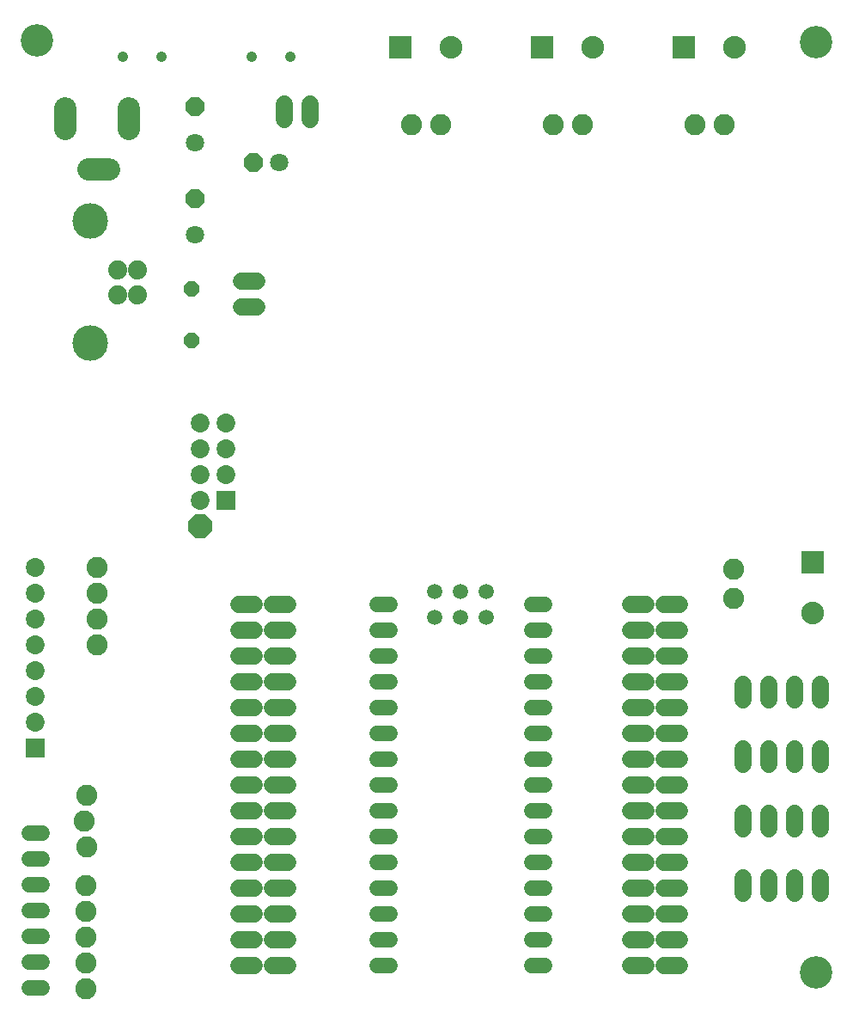
<source format=gbr>
G04 EAGLE Gerber X2 export*
G75*
%MOMM*%
%FSLAX34Y34*%
%LPD*%
%AMOC8*
5,1,8,0,0,1.08239X$1,22.5*%
G01*
%ADD10C,1.727200*%
%ADD11P,1.951982X8X202.500000*%
%ADD12C,1.803400*%
%ADD13P,1.951982X8X112.500000*%
%ADD14C,1.524000*%
%ADD15R,1.854200X1.854200*%
%ADD16C,1.854200*%
%ADD17C,2.203200*%
%ADD18P,1.649562X8X112.500000*%
%ADD19R,2.235200X2.235200*%
%ADD20C,2.235200*%
%ADD21C,1.511200*%
%ADD22C,1.511200*%
%ADD23C,1.053200*%
%ADD24C,1.879600*%
%ADD25C,3.505200*%
%ADD26P,2.556822X8X202.500000*%
%ADD27C,3.203200*%
%ADD28C,2.082800*%


D10*
X812800Y261620D02*
X812800Y246380D01*
X787400Y246380D02*
X787400Y261620D01*
X762000Y261620D02*
X762000Y246380D01*
X736600Y246380D02*
X736600Y261620D01*
D11*
X254000Y839470D03*
D12*
X279400Y839470D03*
D10*
X812800Y198120D02*
X812800Y182880D01*
X787400Y182880D02*
X787400Y198120D01*
X762000Y198120D02*
X762000Y182880D01*
X736600Y182880D02*
X736600Y198120D01*
D13*
X196850Y803910D03*
D12*
X196850Y768350D03*
D10*
X626110Y48260D02*
X641350Y48260D01*
X641350Y73660D02*
X626110Y73660D01*
X626110Y99060D02*
X641350Y99060D01*
X641350Y124460D02*
X626110Y124460D01*
X626110Y149860D02*
X641350Y149860D01*
X641350Y175260D02*
X626110Y175260D01*
X626110Y200660D02*
X641350Y200660D01*
X641350Y226060D02*
X626110Y226060D01*
X626110Y251460D02*
X641350Y251460D01*
X641350Y276860D02*
X626110Y276860D01*
X626110Y302260D02*
X641350Y302260D01*
X641350Y327660D02*
X626110Y327660D01*
X626110Y353060D02*
X641350Y353060D01*
X641350Y378460D02*
X626110Y378460D01*
X626110Y403860D02*
X641350Y403860D01*
X659130Y48260D02*
X674370Y48260D01*
X674370Y73660D02*
X659130Y73660D01*
X659130Y99060D02*
X674370Y99060D01*
X674370Y124460D02*
X659130Y124460D01*
X659130Y149860D02*
X674370Y149860D01*
X674370Y175260D02*
X659130Y175260D01*
X659130Y200660D02*
X674370Y200660D01*
X674370Y226060D02*
X659130Y226060D01*
X659130Y251460D02*
X674370Y251460D01*
X674370Y276860D02*
X659130Y276860D01*
X659130Y302260D02*
X674370Y302260D01*
X674370Y327660D02*
X659130Y327660D01*
X659130Y353060D02*
X674370Y353060D01*
X674370Y378460D02*
X659130Y378460D01*
X659130Y403860D02*
X674370Y403860D01*
X255270Y48260D02*
X240030Y48260D01*
X240030Y73660D02*
X255270Y73660D01*
X255270Y99060D02*
X240030Y99060D01*
X240030Y124460D02*
X255270Y124460D01*
X255270Y149860D02*
X240030Y149860D01*
X240030Y175260D02*
X255270Y175260D01*
X255270Y200660D02*
X240030Y200660D01*
X240030Y226060D02*
X255270Y226060D01*
X255270Y251460D02*
X240030Y251460D01*
X240030Y276860D02*
X255270Y276860D01*
X255270Y302260D02*
X240030Y302260D01*
X240030Y327660D02*
X255270Y327660D01*
X255270Y353060D02*
X240030Y353060D01*
X240030Y378460D02*
X255270Y378460D01*
X255270Y403860D02*
X240030Y403860D01*
X273050Y48260D02*
X288290Y48260D01*
X288290Y73660D02*
X273050Y73660D01*
X273050Y99060D02*
X288290Y99060D01*
X288290Y124460D02*
X273050Y124460D01*
X273050Y149860D02*
X288290Y149860D01*
X288290Y175260D02*
X273050Y175260D01*
X273050Y200660D02*
X288290Y200660D01*
X288290Y226060D02*
X273050Y226060D01*
X273050Y251460D02*
X288290Y251460D01*
X288290Y276860D02*
X273050Y276860D01*
X273050Y302260D02*
X288290Y302260D01*
X288290Y327660D02*
X273050Y327660D01*
X273050Y353060D02*
X288290Y353060D01*
X288290Y378460D02*
X273050Y378460D01*
X273050Y403860D02*
X288290Y403860D01*
X284480Y881380D02*
X284480Y896620D01*
X309880Y896620D02*
X309880Y881380D01*
X257810Y697230D02*
X242570Y697230D01*
X242570Y722630D02*
X257810Y722630D01*
D14*
X45974Y26670D02*
X32766Y26670D01*
X32766Y52070D02*
X45974Y52070D01*
X45974Y77470D02*
X32766Y77470D01*
X32766Y102870D02*
X45974Y102870D01*
X45974Y128270D02*
X32766Y128270D01*
X32766Y153670D02*
X45974Y153670D01*
X45974Y179070D02*
X32766Y179070D01*
D10*
X812800Y134620D02*
X812800Y119380D01*
X787400Y119380D02*
X787400Y134620D01*
X762000Y134620D02*
X762000Y119380D01*
X736600Y119380D02*
X736600Y134620D01*
D15*
X39370Y262890D03*
D16*
X39370Y288290D03*
X39370Y313690D03*
X39370Y339090D03*
X39370Y364490D03*
X39370Y389890D03*
X39370Y415290D03*
X39370Y440690D03*
D13*
X196850Y894080D03*
D12*
X196850Y858520D03*
D15*
X227330Y506730D03*
D16*
X227330Y532130D03*
X227330Y557530D03*
X227330Y582930D03*
X201930Y582930D03*
X201930Y557530D03*
X201930Y532130D03*
X201930Y506730D03*
D17*
X131650Y872250D02*
X131650Y892250D01*
X68650Y892250D02*
X68650Y872250D01*
X91650Y832250D02*
X111650Y832250D01*
D18*
X193040Y664210D03*
X193040Y715010D03*
D19*
X399180Y952500D03*
D20*
X449180Y952500D03*
D19*
X538880Y952500D03*
D20*
X588880Y952500D03*
D19*
X678580Y952500D03*
D20*
X728580Y952500D03*
D19*
X804926Y445624D03*
D20*
X804926Y395624D03*
D21*
X388810Y403860D02*
X375730Y403860D01*
X375730Y378460D02*
X388810Y378460D01*
X388810Y353060D02*
X375730Y353060D01*
X375730Y327660D02*
X388810Y327660D01*
X388810Y302260D02*
X375730Y302260D01*
X375730Y276860D02*
X388810Y276860D01*
X388810Y251460D02*
X375730Y251460D01*
X375730Y226060D02*
X388810Y226060D01*
X388810Y200660D02*
X375730Y200660D01*
X375730Y175260D02*
X388810Y175260D01*
X388810Y149860D02*
X375730Y149860D01*
X375730Y124460D02*
X388810Y124460D01*
X528130Y403860D02*
X541210Y403860D01*
X541210Y378460D02*
X528130Y378460D01*
X528130Y353060D02*
X541210Y353060D01*
X541210Y200660D02*
X528130Y200660D01*
X528130Y175260D02*
X541210Y175260D01*
X541210Y149860D02*
X528130Y149860D01*
X528130Y124460D02*
X541210Y124460D01*
X541210Y48260D02*
X528130Y48260D01*
X388810Y48260D02*
X375730Y48260D01*
X375730Y73660D02*
X388810Y73660D01*
X388810Y99060D02*
X375730Y99060D01*
X528130Y73660D02*
X541210Y73660D01*
X541210Y99060D02*
X528130Y99060D01*
X528130Y327660D02*
X541210Y327660D01*
D22*
X483870Y391160D03*
X458470Y391160D03*
X433070Y391160D03*
D21*
X528130Y226060D02*
X541210Y226060D01*
X541210Y251460D02*
X528130Y251460D01*
X528130Y276860D02*
X541210Y276860D01*
X541210Y302260D02*
X528130Y302260D01*
D22*
X483870Y416560D03*
X458470Y416560D03*
X433070Y416560D03*
D23*
X290780Y943200D03*
X252780Y943200D03*
D24*
X139822Y708860D03*
X139822Y733860D03*
X120010Y733860D03*
X120010Y708860D03*
D25*
X92832Y661162D03*
X92832Y781558D03*
D10*
X812800Y325120D02*
X812800Y309880D01*
X787400Y309880D02*
X787400Y325120D01*
X762000Y325120D02*
X762000Y309880D01*
X736600Y309880D02*
X736600Y325120D01*
D23*
X163780Y943200D03*
X125780Y943200D03*
D26*
X201930Y481330D03*
D27*
X808990Y957580D03*
X808990Y41910D03*
X40386Y959612D03*
D28*
X100330Y440690D03*
X100330Y415290D03*
X100330Y389890D03*
X100330Y364490D03*
X88900Y25400D03*
X88900Y50800D03*
X88900Y76200D03*
X88900Y101600D03*
X88900Y127000D03*
X90170Y215900D03*
X87630Y190500D03*
X90170Y165100D03*
X438658Y876300D03*
X409702Y876300D03*
X578358Y876300D03*
X549402Y876300D03*
X718058Y876300D03*
X689102Y876300D03*
X727710Y409702D03*
X727710Y438658D03*
M02*

</source>
